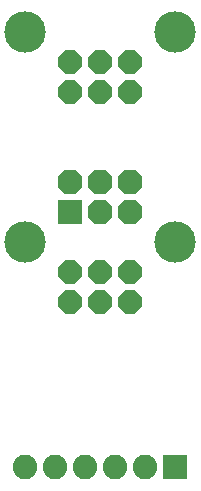
<source format=gbr>
G04 EAGLE Gerber RS-274X export*
G75*
%MOMM*%
%FSLAX34Y34*%
%LPD*%
%INSoldermask Bottom*%
%IPPOS*%
%AMOC8*
5,1,8,0,0,1.08239X$1,22.5*%
G01*
%ADD10P,2.199416X8X22.500000*%
%ADD11R,2.082800X2.082800*%
%ADD12P,2.254402X8X22.500000*%
%ADD13C,2.082800*%
%ADD14C,3.505200*%


D10*
X63500Y177800D03*
X88900Y177800D03*
X114300Y177800D03*
X114300Y203200D03*
X88900Y203200D03*
X63500Y203200D03*
D11*
X63500Y254000D03*
D12*
X63500Y279400D03*
X88900Y254000D03*
X88900Y279400D03*
X114300Y254000D03*
X114300Y279400D03*
D10*
X63500Y355600D03*
X88900Y355600D03*
X114300Y355600D03*
X114300Y381000D03*
X88900Y381000D03*
X63500Y381000D03*
D11*
X152400Y38100D03*
D13*
X127000Y38100D03*
X101600Y38100D03*
X76200Y38100D03*
X50800Y38100D03*
X25400Y38100D03*
D14*
X152400Y228600D03*
X25400Y228600D03*
X25400Y406400D03*
X152400Y406400D03*
M02*

</source>
